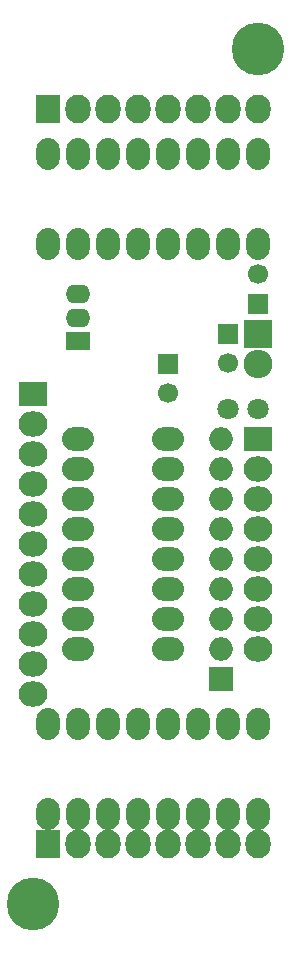
<source format=gbr>
G04 #@! TF.FileFunction,Soldermask,Top*
%FSLAX46Y46*%
G04 Gerber Fmt 4.6, Leading zero omitted, Abs format (unit mm)*
G04 Created by KiCad (PCBNEW 4.0.6+dfsg1-1) date Tue Oct 24 14:23:59 2017*
%MOMM*%
%LPD*%
G01*
G04 APERTURE LIST*
%ADD10C,0.050000*%
%ADD11O,2.000000X2.700000*%
%ADD12R,1.700000X1.700000*%
%ADD13C,1.700000*%
%ADD14R,2.127200X2.432000*%
%ADD15O,2.127200X2.432000*%
%ADD16R,2.100000X1.600000*%
%ADD17O,2.100000X1.600000*%
%ADD18R,2.432000X2.127200*%
%ADD19O,2.432000X2.127200*%
%ADD20R,2.432000X2.432000*%
%ADD21O,2.432000X2.432000*%
%ADD22C,1.797000*%
%ADD23C,4.464000*%
%ADD24O,2.700000X2.000000*%
%ADD25R,2.000000X2.000000*%
%ADD26O,2.000000X2.000000*%
G04 APERTURE END LIST*
D10*
D11*
X132080000Y-154940000D03*
X134620000Y-154940000D03*
X137160000Y-154940000D03*
X139700000Y-154940000D03*
X142240000Y-154940000D03*
X144780000Y-154940000D03*
X147320000Y-154940000D03*
X149860000Y-154940000D03*
X149860000Y-147320000D03*
X147320000Y-147320000D03*
X144780000Y-147320000D03*
X142240000Y-147320000D03*
X139700000Y-147320000D03*
X137160000Y-147320000D03*
X134620000Y-147320000D03*
X132080000Y-147320000D03*
D12*
X142240000Y-116840000D03*
D13*
X142240000Y-119340000D03*
D12*
X147320000Y-114300000D03*
D13*
X147320000Y-116800000D03*
D12*
X149860000Y-111760000D03*
D13*
X149860000Y-109260000D03*
D14*
X132080000Y-95250000D03*
D15*
X134620000Y-95250000D03*
X137160000Y-95250000D03*
X139700000Y-95250000D03*
X142240000Y-95250000D03*
X144780000Y-95250000D03*
X147320000Y-95250000D03*
X149860000Y-95250000D03*
D14*
X132080000Y-157480000D03*
D15*
X134620000Y-157480000D03*
X137160000Y-157480000D03*
X139700000Y-157480000D03*
X142240000Y-157480000D03*
X144780000Y-157480000D03*
X147320000Y-157480000D03*
X149860000Y-157480000D03*
D16*
X134620000Y-114935000D03*
D17*
X134620000Y-112935000D03*
X134620000Y-110935000D03*
D18*
X149860000Y-123190000D03*
D19*
X149860000Y-125730000D03*
X149860000Y-128270000D03*
X149860000Y-130810000D03*
X149860000Y-133350000D03*
X149860000Y-135890000D03*
X149860000Y-138430000D03*
X149860000Y-140970000D03*
D20*
X149860000Y-114300000D03*
D21*
X149860000Y-116840000D03*
D18*
X130810000Y-119380000D03*
D19*
X130810000Y-121920000D03*
X130810000Y-124460000D03*
X130810000Y-127000000D03*
X130810000Y-129540000D03*
X130810000Y-132080000D03*
X130810000Y-134620000D03*
X130810000Y-137160000D03*
X130810000Y-139700000D03*
X130810000Y-142240000D03*
X130810000Y-144780000D03*
D22*
X147320000Y-120650000D03*
X149860000Y-120650000D03*
D23*
X149860000Y-90170000D03*
X130810000Y-162560000D03*
D11*
X149860000Y-99060000D03*
X147320000Y-99060000D03*
X144780000Y-99060000D03*
X142240000Y-99060000D03*
X139700000Y-99060000D03*
X137160000Y-99060000D03*
X134620000Y-99060000D03*
X132080000Y-99060000D03*
X132080000Y-106680000D03*
X134620000Y-106680000D03*
X137160000Y-106680000D03*
X139700000Y-106680000D03*
X142240000Y-106680000D03*
X144780000Y-106680000D03*
X147320000Y-106680000D03*
X149860000Y-106680000D03*
D24*
X134620000Y-123190000D03*
X134620000Y-125730000D03*
X134620000Y-128270000D03*
X134620000Y-130810000D03*
X134620000Y-133350000D03*
X134620000Y-135890000D03*
X134620000Y-138430000D03*
X134620000Y-140970000D03*
X142240000Y-140970000D03*
X142240000Y-138430000D03*
X142240000Y-135890000D03*
X142240000Y-133350000D03*
X142240000Y-130810000D03*
X142240000Y-128270000D03*
X142240000Y-125730000D03*
X142240000Y-123190000D03*
D25*
X146685000Y-143510000D03*
D26*
X146685000Y-140970000D03*
X146685000Y-138430000D03*
X146685000Y-135890000D03*
X146685000Y-133350000D03*
X146685000Y-130810000D03*
X146685000Y-128270000D03*
X146685000Y-125730000D03*
X146685000Y-123190000D03*
M02*

</source>
